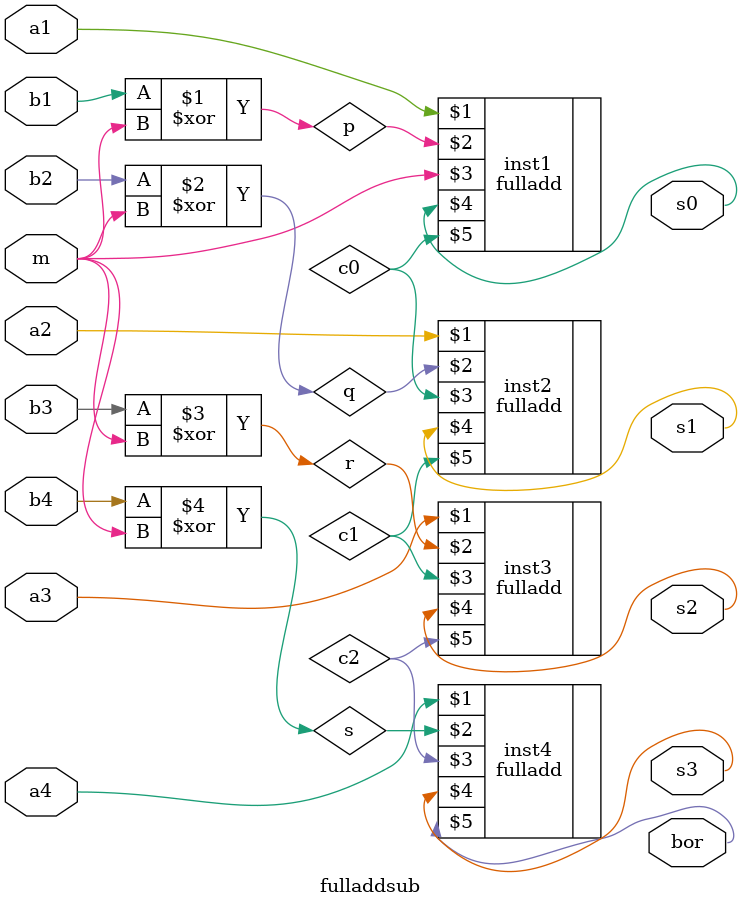
<source format=v>
`timescale 1ns / 1ps


module fulladdsub(
input a1,
input a2,
input a3,
input a4,
input m,
input b1,
input b2,
input b3,
input b4,
output s0,
output s1,
output s2,
output s3,
output bor
);
wire c0,c1,c2 ;
wire p,q,r,s ;
xor in1(p,b1,m);
xor in2(q,b2,m);
xor in3(r,b3,m);
xor in4(s,b4,m);
fulladd inst1(a1,p,m,s0,c0);
fulladd inst2(a2,q,c0,s1,c1);
fulladd inst3(a3,r,c1,s2,c2);
fulladd inst4(a4,s,c2,s3,bor);
endmodule

</source>
